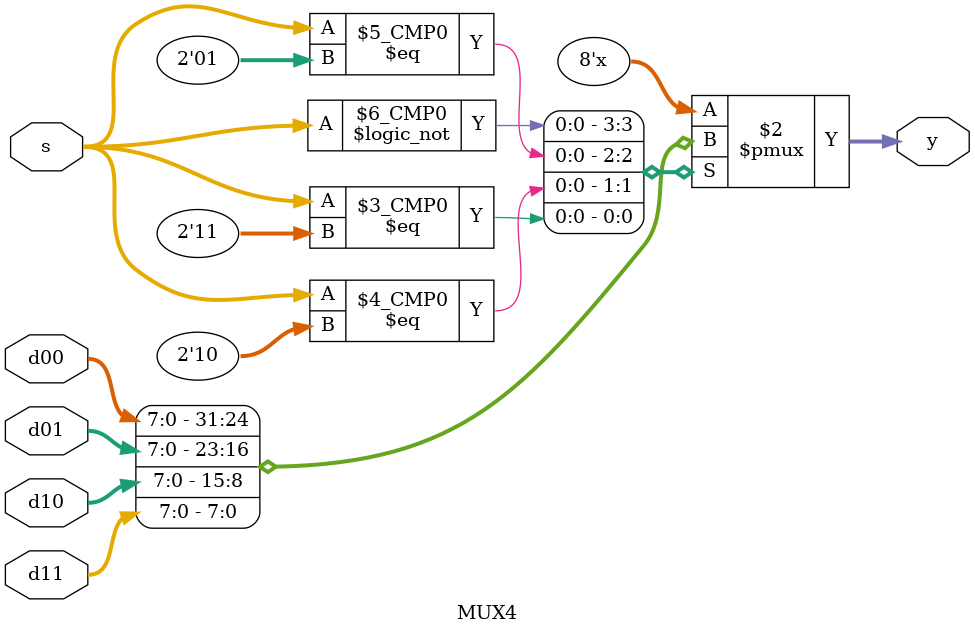
<source format=v>
`timescale 1ns / 1ps


module MUX4 #(parameter WIDTH=8)
    (
    input [WIDTH-1:0] d00,d01,d10,d11,
    input [1:0] s,
    output reg [WIDTH-1:0] y
    );
    
    always@(*)
    begin
        case(s)
        2'b00:y<=d00;
        2'b01:y<=d01;
        2'b10:y<=d10;
        2'b11:y<=d11;
        endcase
    end
    
endmodule

</source>
